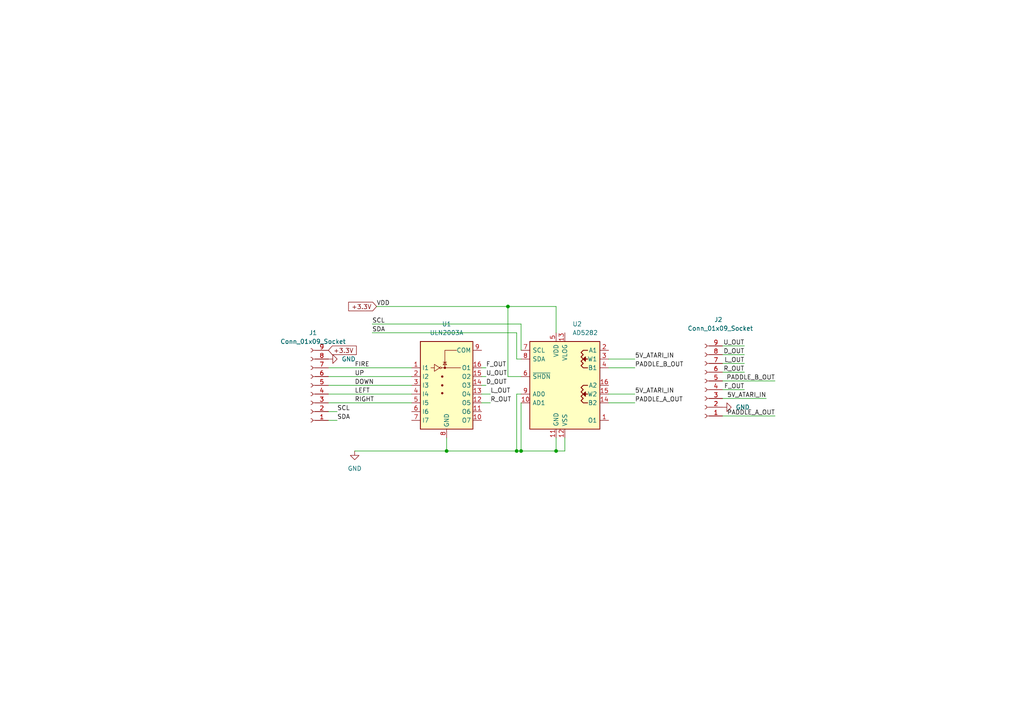
<source format=kicad_sch>
(kicad_sch (version 20230121) (generator eeschema)
  (paper "A4")
  (lib_symbols
    (symbol "Connector:Conn_01x09_Socket" (pin_names (offset 1.016) hide)
      (property "Reference" "J" (at 0 12.7 0))
      (property "Value" "Conn_01x09_Socket" (at 0 -12.7 0))
      (symbol "Conn_01x09_Socket_1_1"
        (arc (start 0 -9.652) (mid -0.5058 -10.16) (end 0 -10.668) (stroke (width 0.1524)))
        (arc (start 0 -7.112) (mid -0.5058 -7.62) (end 0 -8.128) (stroke (width 0.1524)))
        (arc (start 0 -4.572) (mid -0.5058 -5.08) (end 0 -5.588) (stroke (width 0.1524)))
        (arc (start 0 -2.032) (mid -0.5058 -2.54) (end 0 -3.048) (stroke (width 0.1524)))
        (polyline (pts (xy -1.27 -10.16) (xy -0.508 -10.16)) (stroke (width 0.1524)))
        (polyline (pts (xy -1.27 -7.62) (xy -0.508 -7.62)) (stroke (width 0.1524)))
        (polyline (pts (xy -1.27 -5.08) (xy -0.508 -5.08)) (stroke (width 0.1524)))
        (polyline (pts (xy -1.27 -2.54) (xy -0.508 -2.54)) (stroke (width 0.1524)))
        (polyline (pts (xy -1.27 0) (xy -0.508 0)) (stroke (width 0.1524)))
        (polyline (pts (xy -1.27 2.54) (xy -0.508 2.54)) (stroke (width 0.1524)))
        (polyline (pts (xy -1.27 5.08) (xy -0.508 5.08)) (stroke (width 0.1524)))
        (polyline (pts (xy -1.27 7.62) (xy -0.508 7.62)) (stroke (width 0.1524)))
        (polyline (pts (xy -1.27 10.16) (xy -0.508 10.16)) (stroke (width 0.1524)))
        (arc (start 0 0.508) (mid -0.5058 0) (end 0 -0.508) (stroke (width 0.1524)))
        (arc (start 0 3.048) (mid -0.5058 2.54) (end 0 2.032) (stroke (width 0.1524)))
        (arc (start 0 5.588) (mid -0.5058 5.08) (end 0 4.572) (stroke (width 0.1524)))
        (arc (start 0 8.128) (mid -0.5058 7.62) (end 0 7.112) (stroke (width 0.1524)))
        (arc (start 0 10.668) (mid -0.5058 10.16) (end 0 9.652) (stroke (width 0.1524)))
        (pin passive line (at -5.08 10.16 0) (length 3.81) (name "Pin_1") (number "1"))
        (pin passive line (at -5.08 7.62 0) (length 3.81) (name "Pin_2") (number "2"))
        (pin passive line (at -5.08 5.08 0) (length 3.81) (name "Pin_3") (number "3"))
        (pin passive line (at -5.08 2.54 0) (length 3.81) (name "Pin_4") (number "4"))
        (pin passive line (at -5.08 0 0) (length 3.81) (name "Pin_5") (number "5"))
        (pin passive line (at -5.08 -2.54 0) (length 3.81) (name "Pin_6") (number "6"))
        (pin passive line (at -5.08 -5.08 0) (length 3.81) (name "Pin_7") (number "7"))
        (pin passive line (at -5.08 -7.62 0) (length 3.81) (name "Pin_8") (number "8"))
        (pin passive line (at -5.08 -10.16 0) (length 3.81) (name "Pin_9") (number "9"))
      )
    )
    (symbol "Potentiometer_Digital:AD5282" (pin_names (offset 0.762))
      (property "Reference" "U" (at -10.414 13.97 0))
      (property "Value" "AD5282" (at 0.762 13.97 0))
      (symbol "AD5282_0_1"
        (rectangle (start -10.16 12.7) (end 10.16 -12.7) (stroke (width 0.254)) (fill (type background)))
        (polyline (pts (xy 6.604 -2.54) (xy 5.334 -2.54) (xy 5.969 -1.905) (xy 5.969 -3.175) (xy 5.334 -2.54)) (stroke (width 0.254)) (fill (type outline)))
        (polyline (pts (xy 6.604 7.62) (xy 5.334 7.62) (xy 5.969 8.255) (xy 5.969 7.62) (xy 5.969 6.985) (xy 5.334 7.62)) (stroke (width 0.254)) (fill (type outline)))
        (polyline (pts (xy 6.604 0) (xy 5.334 0) (xy 4.699 -0.635) (xy 5.334 -1.27) (xy 4.699 -1.905) (xy 5.334 -2.54) (xy 4.699 -3.175) (xy 5.334 -3.81) (xy 4.699 -4.445) (xy 5.334 -5.08) (xy 6.604 -5.08)) (stroke (width 0.254)))
        (polyline (pts (xy 6.604 10.16) (xy 5.334 10.16) (xy 4.699 9.525) (xy 5.334 8.89) (xy 4.699 8.255) (xy 5.334 7.62) (xy 4.699 6.985) (xy 5.334 6.35) (xy 4.699 5.715) (xy 5.334 5.08) (xy 6.604 5.08)) (stroke (width 0.254)))
      )
      (symbol "AD5282_1_1"
        (pin output line (at 12.7 -10.16 180) (length 2.54) (name "O1") (number "1"))
        (pin input line (at -12.7 -5.08 0) (length 2.54) (name "AD1") (number "10"))
        (pin power_in line (at -2.54 -15.24 90) (length 2.54) (name "GND") (number "11"))
        (pin power_in line (at 0 -15.24 90) (length 2.54) (name "VSS") (number "12"))
        (pin power_in line (at 0 15.24 270) (length 2.54) (name "VLOG") (number "13"))
        (pin passive line (at 12.7 -5.08 180) (length 2.54) (name "B2") (number "14"))
        (pin passive line (at 12.7 -2.54 180) (length 2.54) (name "W2") (number "15"))
        (pin passive line (at 12.7 0 180) (length 2.54) (name "A2") (number "16"))
        (pin passive line (at 12.7 10.16 180) (length 2.54) (name "A1") (number "2"))
        (pin passive line (at 12.7 7.62 180) (length 2.54) (name "W1") (number "3"))
        (pin passive line (at 12.7 5.08 180) (length 2.54) (name "B1") (number "4"))
        (pin power_in line (at -2.54 15.24 270) (length 2.54) (name "VDD") (number "5"))
        (pin input line (at -12.7 2.54 0) (length 2.54) (name "~{SHDN}") (number "6"))
        (pin input line (at -12.7 10.16 0) (length 2.54) (name "SCL") (number "7"))
        (pin bidirectional line (at -12.7 7.62 0) (length 2.54) (name "SDA") (number "8"))
        (pin input line (at -12.7 -2.54 0) (length 2.54) (name "AD0") (number "9"))
      )
    )
    (symbol "Transistor_Array:ULN2003A"
      (property "Reference" "U" (at 0 15.875 0))
      (property "Value" "ULN2003A" (at 0 13.97 0))
      (symbol "ULN2003A_0_1"
        (rectangle (start -7.62 -12.7) (end 7.62 12.7) (stroke (width 0.254)) (fill (type background)))
        (circle (center -1.778 5.08) (radius 0.254))
        (circle (center -1.27 -2.286) (radius 0.254) (fill (type outline)))
        (circle (center -1.27 0) (radius 0.254) (fill (type outline)))
        (circle (center -1.27 2.54) (radius 0.254) (fill (type outline)))
        (circle (center -0.508 5.08) (radius 0.254) (fill (type outline)))
        (polyline (pts (xy -4.572 5.08) (xy -3.556 5.08)))
        (polyline (pts (xy -1.524 5.08) (xy 4.064 5.08)))
        (polyline (pts (xy 0 6.731) (xy -1.016 6.731)))
        (polyline (pts (xy -0.508 5.08) (xy -0.508 10.16) (xy 2.921 10.16)))
        (polyline (pts (xy -3.556 6.096) (xy -3.556 4.064) (xy -2.032 5.08) (xy -3.556 6.096)))
        (polyline (pts (xy 0 5.969) (xy -1.016 5.969) (xy -0.508 6.731) (xy 0 5.969)))
      )
      (symbol "ULN2003A_1_1"
        (pin input line (at -10.16 5.08 0) (length 2.54) (name "I1") (number "1"))
        (pin open_collector line (at 10.16 -10.16 180) (length 2.54) (name "O7") (number "10"))
        (pin open_collector line (at 10.16 -7.62 180) (length 2.54) (name "O6") (number "11"))
        (pin open_collector line (at 10.16 -5.08 180) (length 2.54) (name "O5") (number "12"))
        (pin open_collector line (at 10.16 -2.54 180) (length 2.54) (name "O4") (number "13"))
        (pin open_collector line (at 10.16 0 180) (length 2.54) (name "O3") (number "14"))
        (pin open_collector line (at 10.16 2.54 180) (length 2.54) (name "O2") (number "15"))
        (pin open_collector line (at 10.16 5.08 180) (length 2.54) (name "O1") (number "16"))
        (pin input line (at -10.16 2.54 0) (length 2.54) (name "I2") (number "2"))
        (pin input line (at -10.16 0 0) (length 2.54) (name "I3") (number "3"))
        (pin input line (at -10.16 -2.54 0) (length 2.54) (name "I4") (number "4"))
        (pin input line (at -10.16 -5.08 0) (length 2.54) (name "I5") (number "5"))
        (pin input line (at -10.16 -7.62 0) (length 2.54) (name "I6") (number "6"))
        (pin input line (at -10.16 -10.16 0) (length 2.54) (name "I7") (number "7"))
        (pin power_in line (at 0 -15.24 90) (length 2.54) (name "GND") (number "8"))
        (pin passive line (at 10.16 10.16 180) (length 2.54) (name "COM") (number "9"))
      )
    )
    (symbol "power:GND" (power) (pin_names (offset 0))
      (property "Value" "GND" (at 0 -3.81 0))
      (symbol "GND_0_1"
        (polyline (pts (xy 0 0) (xy 0 -1.27) (xy 1.27 -1.27) (xy 0 -2.54) (xy -1.27 -1.27) (xy 0 -1.27)))
      )
      (symbol "GND_1_1"
        (pin power_in line (at 0 0 270) (length 0) hide (name "GND") (number "1"))
      )
    )
  )
  (junction (at 147.32 88.9))
  (junction (at 149.86 130.81))
  (junction (at 129.54 130.81))
  (junction (at 151.13 130.81))
  (junction (at 161.29 130.81))
  (wire (pts (xy 147.32 88.9) (xy 161.29 88.9)))
  (wire (pts (xy 95.25 119.38) (xy 97.79 119.38)))
  (wire (pts (xy 163.83 127) (xy 163.83 130.81)))
  (wire (pts (xy 224.79 110.49) (xy 209.55 110.49)))
  (wire (pts (xy 142.24 114.3) (xy 139.7 114.3)))
  (wire (pts (xy 176.53 116.84) (xy 184.15 116.84)))
  (wire (pts (xy 149.86 130.81) (xy 151.13 130.81)))
  (wire (pts (xy 95.25 106.68) (xy 119.38 106.68)))
  (wire (pts (xy 109.22 88.9) (xy 147.32 88.9)))
  (wire (pts (xy 129.54 130.81) (xy 149.86 130.81)))
  (wire (pts (xy 140.97 109.22) (xy 139.7 109.22)))
  (wire (pts (xy 176.53 104.14) (xy 184.15 104.14)))
  (wire (pts (xy 215.9 107.95) (xy 209.55 107.95)))
  (wire (pts (xy 95.25 109.22) (xy 119.38 109.22)))
  (wire (pts (xy 151.13 104.14) (xy 149.86 104.14)))
  (wire (pts (xy 95.25 111.76) (xy 119.38 111.76)))
  (wire (pts (xy 147.32 88.9) (xy 147.32 109.22)))
  (wire (pts (xy 149.86 104.14) (xy 149.86 96.52)))
  (wire (pts (xy 161.29 130.81) (xy 163.83 130.81)))
  (wire (pts (xy 151.13 130.81) (xy 161.29 130.81)))
  (wire (pts (xy 151.13 109.22) (xy 147.32 109.22)))
  (wire (pts (xy 95.25 114.3) (xy 119.38 114.3)))
  (wire (pts (xy 161.29 96.52) (xy 161.29 88.9)))
  (wire (pts (xy 151.13 101.6) (xy 151.13 93.98)))
  (wire (pts (xy 161.29 130.81) (xy 161.29 127)))
  (wire (pts (xy 107.95 96.52) (xy 149.86 96.52)))
  (wire (pts (xy 95.25 121.92) (xy 97.79 121.92)))
  (wire (pts (xy 215.9 100.33) (xy 209.55 100.33)))
  (wire (pts (xy 149.86 114.3) (xy 149.86 130.81)))
  (wire (pts (xy 95.25 116.84) (xy 119.38 116.84)))
  (wire (pts (xy 151.13 114.3) (xy 149.86 114.3)))
  (wire (pts (xy 215.9 105.41) (xy 209.55 105.41)))
  (wire (pts (xy 215.9 113.03) (xy 209.55 113.03)))
  (wire (pts (xy 140.97 106.68) (xy 139.7 106.68)))
  (wire (pts (xy 107.95 93.98) (xy 151.13 93.98)))
  (wire (pts (xy 102.87 130.81) (xy 129.54 130.81)))
  (wire (pts (xy 151.13 116.84) (xy 151.13 130.81)))
  (wire (pts (xy 224.79 120.65) (xy 209.55 120.65)))
  (wire (pts (xy 209.55 102.87) (xy 215.9 102.87)))
  (wire (pts (xy 176.53 114.3) (xy 184.15 114.3)))
  (wire (pts (xy 129.54 127) (xy 129.54 130.81)))
  (wire (pts (xy 142.24 116.84) (xy 139.7 116.84)))
  (wire (pts (xy 140.97 111.76) (xy 139.7 111.76)))
  (wire (pts (xy 222.25 115.57) (xy 209.55 115.57)))
  (wire (pts (xy 176.53 106.68) (xy 184.15 106.68)))
  (label "LEFT" (at 102.87 114.3 0))
  (label "F_OUT" (at 215.9 113.03 180))
  (label "R_OUT" (at 142.24 116.84 0))
  (label "UP" (at 102.87 109.22 0))
  (label "L_OUT" (at 142.24 114.3 0))
  (label "PADDLE_B_OUT" (at 224.79 110.49 180))
  (label "PADDLE_A_OUT" (at 224.79 120.65 180))
  (label "SDA" (at 97.79 121.92 0))
  (label "5V_ATARI_IN" (at 184.15 104.14 0))
  (label "U_OUT" (at 215.9 100.33 180))
  (label "PADDLE_B_OUT" (at 184.15 106.68 0))
  (label "R_OUT" (at 215.9 107.95 180))
  (label "SCL" (at 97.79 119.38 0))
  (label "5V_ATARI_IN" (at 184.15 114.3 0))
  (label "SDA" (at 107.95 96.52 0))
  (label "L_OUT" (at 215.9 105.41 180))
  (label "D_OUT" (at 215.9 102.87 180))
  (label "DOWN" (at 102.87 111.76 0))
  (label "VDD" (at 109.22 88.9 0))
  (label "RIGHT" (at 102.87 116.84 0))
  (label "F_OUT" (at 140.97 106.68 0))
  (label "D_OUT" (at 140.97 111.76 0))
  (label "5V_ATARI_IN" (at 222.25 115.57 180))
  (label "PADDLE_A_OUT" (at 184.15 116.84 0))
  (label "U_OUT" (at 140.97 109.22 0))
  (label "FIRE" (at 102.87 106.68 0))
  (label "SCL" (at 107.95 93.98 0))
  (global_label "+3.3V" (shape input) (at 95.25 101.6 0) (property "Intersheetrefs" "${INTERSHEET_REFS}" (effects hide)))
  (global_label "+3.3V" (shape input) (at 109.22 88.9 180) (property "Intersheetrefs" "${INTERSHEET_REFS}" (effects hide)))
  (symbol (lib_id "power:GND") (at 209.55 118.11 90) (unit 1)
    (property "Reference" "#PWR02" (effects hide))
    (property "Value" "GND" (at 213.36 118.11 90) (effects (justify right)))
  )
  (symbol (lib_id "Connector:Conn_01x09_Socket") (at 90.17 111.76 180) (unit 1)
    (property "Reference" "J1" (at 90.805 96.52 0))
    (property "Value" "Conn_01x09_Socket" (at 90.805 99.06 0))
    (property "Footprint" "Connector_PinSocket_2.00mm:PinSocket_1x09_P2.00mm_Vertical" (effects hide))
  )
  (symbol (lib_id "Potentiometer_Digital:AD5282") (at 163.83 111.76 0) (unit 1)
    (property "Reference" "U2" (at 166.0241 93.98 0) (effects (justify left)))
    (property "Value" "AD5282" (at 166.0241 96.52 0) (effects (justify left)))
    (property "Footprint" "Package_SO:TSSOP-16_4.4x5mm_P0.65mm" (effects hide))
    (property "Datasheet" "https://www.analog.com/media/en/technical-documentation/data-sheets/AD5280_5282.pdf" (effects hide))
  )
  (symbol (lib_id "power:GND") (at 102.87 130.81 0) (unit 1)
    (property "Reference" "#PWR01" (effects hide))
    (property "Value" "GND" (at 102.87 135.89 0))
  )
  (symbol (lib_id "Connector:Conn_01x09_Socket") (at 204.47 110.49 180) (unit 1)
    (property "Reference" "J2" (at 209.55 92.71 0) (effects (justify left)))
    (property "Value" "Conn_01x09_Socket" (at 218.44 95.25 0) (effects (justify left)))
    (property "Footprint" "Connector_PinSocket_2.00mm:PinSocket_1x09_P2.00mm_Vertical" (effects hide))
  )
  (symbol (lib_id "power:GND") (at 95.25 104.14 90) (unit 1)
    (property "Reference" "#PWR03" (effects hide))
    (property "Value" "GND" (at 99.06 104.14 90) (effects (justify right)))
  )
  (symbol (lib_id "Transistor_Array:ULN2003A") (at 129.54 111.76 0) (unit 1)
    (property "Reference" "U1" (at 129.54 93.98 0))
    (property "Value" "ULN2003A" (at 129.54 96.52 0))
    (property "Footprint" "Package_SO:SOIC-16_3.9x9.9mm_P1.27mm" (effects hide))
    (property "Datasheet" "http://www.ti.com/lit/ds/symlink/uln2003a.pdf" (effects hide))
  )
)
</source>
